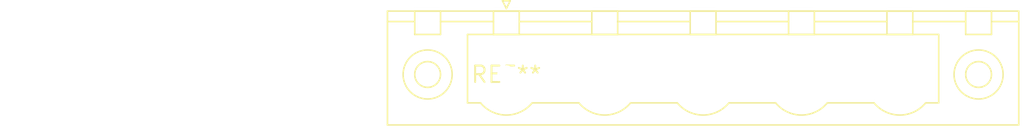
<source format=kicad_pcb>
(kicad_pcb (version 20240108) (generator pcbnew)
  (layers (0 "F.Cu" signal) (31 "B.Cu" signal) (34 "B.Paste" user) (35 "F.Paste" user) (36 "B.SilkS" user "B.Silkscreen") (37 "F.SilkS" user "F.Silkscreen") (38 "B.Mask" user) (39 "F.Mask" user) (44 "Edge.Cuts" user))
  (net 0 "")
  (footprint "PhoenixContact_GMSTBV_2,5_5-GF-7,62_1x05_P7.62mm_Vertical_ThreadedFlange" (layer "F.Cu") (at 0 0)
    (property "Reference" "REF**")
    (property "Value" "PhoenixContact_GMSTBV_2,5_5-GF-7,62_1x05_P7.62mm_Vertical_ThreadedFlange")
    (fp_line (start -9.21 -4.91) (end -9.21 3.91) (layer "F.SilkS") (stroke (width 0.12)))
    (fp_line (start -9.21 -4.1) (end -7.21 -4.1) (layer "F.SilkS") (stroke (width 0.12)))
    (fp_line (start -9.21 3.91) (end 39.69 3.91) (layer "F.SilkS") (stroke (width 0.12)))
    (fp_line (start -7.1 -4.91) (end -5.1 -4.91) (layer "F.SilkS") (stroke (width 0.12)))
    (fp_line (start -7.1 -3.1) (end -7.1 -4.91) (layer "F.SilkS") (stroke (width 0.12)))
    (fp_line (start -5.1 -4.91) (end -5.1 -3.1) (layer "F.SilkS") (stroke (width 0.12)))
    (fp_line (start -5.1 -4.1) (end -1 -4.1) (layer "F.SilkS") (stroke (width 0.12)))
    (fp_line (start -5.1 -3.1) (end -7.1 -3.1) (layer "F.SilkS") (stroke (width 0.12)))
    (fp_line (start -3.01 -3.1) (end 33.49 -3.1) (layer "F.SilkS") (stroke (width 0.12)))
    (fp_line (start -3.01 2.2) (end -3.01 -3.1) (layer "F.SilkS") (stroke (width 0.12)))
    (fp_line (start -2 2.2) (end -3.01 2.2) (layer "F.SilkS") (stroke (width 0.12)))
    (fp_line (start -1 -4.91) (end 1 -4.91) (layer "F.SilkS") (stroke (width 0.12)))
    (fp_line (start -1 -3.1) (end -1 -4.91) (layer "F.SilkS") (stroke (width 0.12)))
    (fp_line (start -0.3 -5.71) (end 0.3 -5.71) (layer "F.SilkS") (stroke (width 0.12)))
    (fp_line (start 0 -5.11) (end -0.3 -5.71) (layer "F.SilkS") (stroke (width 0.12)))
    (fp_line (start 0.3 -5.71) (end 0 -5.11) (layer "F.SilkS") (stroke (width 0.12)))
    (fp_line (start 1 -4.91) (end 1 -3.1) (layer "F.SilkS") (stroke (width 0.12)))
    (fp_line (start 1 -4.1) (end 6.62 -4.1) (layer "F.SilkS") (stroke (width 0.12)))
    (fp_line (start 1 -3.1) (end -1 -3.1) (layer "F.SilkS") (stroke (width 0.12)))
    (fp_line (start 2 2.2) (end 5.62 2.2) (layer "F.SilkS") (stroke (width 0.12)))
    (fp_line (start 6.62 -4.91) (end 8.62 -4.91) (layer "F.SilkS") (stroke (width 0.12)))
    (fp_line (start 6.62 -3.1) (end 6.62 -4.91) (layer "F.SilkS") (stroke (width 0.12)))
    (fp_line (start 8.62 -4.91) (end 8.62 -3.1) (layer "F.SilkS") (stroke (width 0.12)))
    (fp_line (start 8.62 -4.1) (end 14.24 -4.1) (layer "F.SilkS") (stroke (width 0.12)))
    (fp_line (start 8.62 -3.1) (end 6.62 -3.1) (layer "F.SilkS") (stroke (width 0.12)))
    (fp_line (start 9.62 2.2) (end 13.24 2.2) (layer "F.SilkS") (stroke (width 0.12)))
    (fp_line (start 14.24 -4.91) (end 16.24 -4.91) (layer "F.SilkS") (stroke (width 0.12)))
    (fp_line (start 14.24 -3.1) (end 14.24 -4.91) (layer "F.SilkS") (stroke (width 0.12)))
    (fp_line (start 16.24 -4.91) (end 16.24 -3.1) (layer "F.SilkS") (stroke (width 0.12)))
    (fp_line (start 16.24 -4.1) (end 21.86 -4.1) (layer "F.SilkS") (stroke (width 0.12)))
    (fp_line (start 16.24 -3.1) (end 14.24 -3.1) (layer "F.SilkS") (stroke (width 0.12)))
    (fp_line (start 17.24 2.2) (end 20.86 2.2) (layer "F.SilkS") (stroke (width 0.12)))
    (fp_line (start 21.86 -4.91) (end 23.86 -4.91) (layer "F.SilkS") (stroke (width 0.12)))
    (fp_line (start 21.86 -3.1) (end 21.86 -4.91) (layer "F.SilkS") (stroke (width 0.12)))
    (fp_line (start 23.86 -4.91) (end 23.86 -3.1) (layer "F.SilkS") (stroke (width 0.12)))
    (fp_line (start 23.86 -4.1) (end 29.48 -4.1) (layer "F.SilkS") (stroke (width 0.12)))
    (fp_line (start 23.86 -3.1) (end 21.86 -3.1) (layer "F.SilkS") (stroke (width 0.12)))
    (fp_line (start 24.86 2.2) (end 28.48 2.2) (layer "F.SilkS") (stroke (width 0.12)))
    (fp_line (start 29.48 -4.91) (end 31.48 -4.91) (layer "F.SilkS") (stroke (width 0.12)))
    (fp_line (start 29.48 -3.1) (end 29.48 -4.91) (layer "F.SilkS") (stroke (width 0.12)))
    (fp_line (start 31.48 -4.91) (end 31.48 -3.1) (layer "F.SilkS") (stroke (width 0.12)))
    (fp_line (start 31.48 -4.1) (end 35.58 -4.1) (layer "F.SilkS") (stroke (width 0.12)))
    (fp_line (start 31.48 -3.1) (end 29.48 -3.1) (layer "F.SilkS") (stroke (width 0.12)))
    (fp_line (start 33.49 -3.1) (end 33.49 2.2) (layer "F.SilkS") (stroke (width 0.12)))
    (fp_line (start 33.49 2.2) (end 32.48 2.2) (layer "F.SilkS") (stroke (width 0.12)))
    (fp_line (start 35.58 -4.91) (end 37.58 -4.91) (layer "F.SilkS") (stroke (width 0.12)))
    (fp_line (start 35.58 -3.1) (end 35.58 -4.91) (layer "F.SilkS") (stroke (width 0.12)))
    (fp_line (start 37.58 -4.91) (end 37.58 -3.1) (layer "F.SilkS") (stroke (width 0.12)))
    (fp_line (start 37.58 -3.1) (end 35.58 -3.1) (layer "F.SilkS") (stroke (width 0.12)))
    (fp_line (start 39.69 -4.91) (end -9.21 -4.91) (layer "F.SilkS") (stroke (width 0.12)))
    (fp_line (start 39.69 -4.1) (end 37.69 -4.1) (layer "F.SilkS") (stroke (width 0.12)))
    (fp_line (start 39.69 3.91) (end 39.69 -4.91) (layer "F.SilkS") (stroke (width 0.12)))
    (fp_arc (start 1.986842 2.215821) (mid -0.010289 3.142758) (end -2 2.2) (layer "F.SilkS") (stroke (width 0.12)))
    (fp_arc (start 9.606842 2.215821) (mid 7.609711 3.142758) (end 5.62 2.2) (layer "F.SilkS") (stroke (width 0.12)))
    (fp_arc (start 17.226842 2.215821) (mid 15.229711 3.142758) (end 13.24 2.2) (layer "F.SilkS") (stroke (width 0.12)))
    (fp_arc (start 24.846842 2.215821) (mid 22.849711 3.142758) (end 20.86 2.2) (layer "F.SilkS") (stroke (width 0.12)))
    (fp_arc (start 32.466842 2.215821) (mid 30.469711 3.142758) (end 28.48 2.2) (layer "F.SilkS") (stroke (width 0.12)))
    (fp_circle (center -6.1 0) (end -5.1 0) (layer "F.SilkS") (stroke (width 0.12)) (fill none))
    (fp_circle (center -6.1 0) (end -4.2 0) (layer "F.SilkS") (stroke (width 0.12)) (fill none))
    (fp_circle (center 36.58 0) (end 37.58 0) (layer "F.SilkS") (stroke (width 0.12)) (fill none))
    (fp_circle (center 36.58 0) (end 38.48 0) (layer "F.SilkS") (stroke (width 0.12)) (fill none))
    (pad "1" thru_hole roundrect (at 0 0) (size 2.1 3.6) (drill 1.4) (layers *.Cu *.Mask) (remove_unused_layers) (roundrect_rratio 0.119048))
    (pad "2" thru_hole oval (at 7.62 0) (size 2.1 3.6) (drill 1.4) (layers *.Cu *.Mask) (remove_unused_layers))
    (pad "3" thru_hole oval (at 15.24 0) (size 2.1 3.6) (drill 1.4) (layers *.Cu *.Mask) (remove_unused_layers))
    (pad "4" thru_hole oval (at 22.86 0) (size 2.1 3.6) (drill 1.4) (layers *.Cu *.Mask) (remove_unused_layers))
    (pad "5" thru_hole oval (at 30.48 0) (size 2.1 3.6) (drill 1.4) (layers *.Cu *.Mask) (remove_unused_layers))
  )
)
</source>
